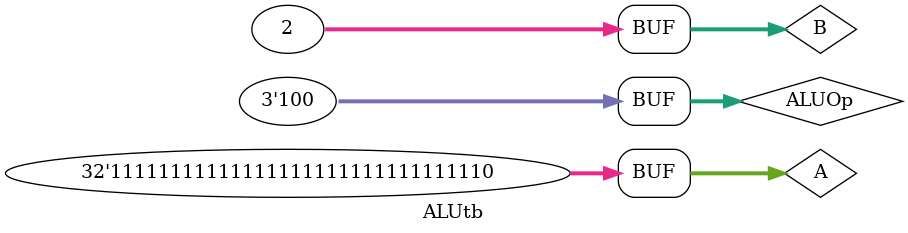
<source format=v>
`timescale 1ns / 1ps


module ALUtb;

	// Inputs
	reg [31:0] A;
	reg [31:0] B;
	reg [2:0] ALUOp;

	// Outputs
	wire [31:0] C;

	// Instantiate the Unit Under Test (UUT)
	alu uut (
		.A(A), 
		.B(B), 
		.ALUOp(ALUOp), 
		.C(C)
	);

	initial begin
		// Initialize Inputs
		A = 32'hfffffffe;
		B = 2;
		ALUOp = 3'b100;

		// Wait 10 ns for global reset to finish
		#10;
        
		// Add stimulus here
		
	end
	
      
endmodule


</source>
